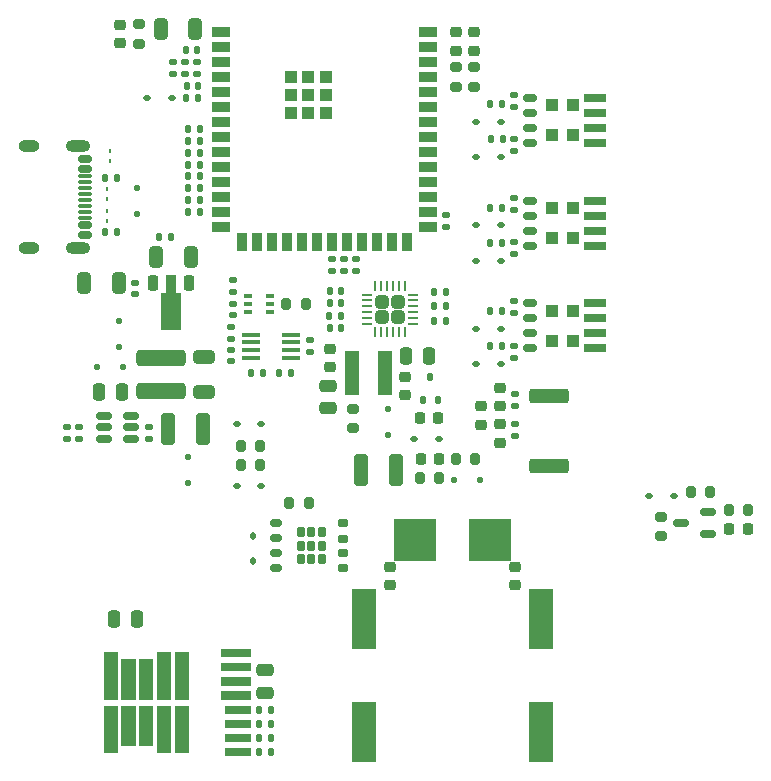
<source format=gbr>
%TF.GenerationSoftware,KiCad,Pcbnew,9.0.6-9.0.6~ubuntu24.04.1*%
%TF.CreationDate,2025-12-14T15:25:01+01:00*%
%TF.ProjectId,MCM-81349,4d434d2d-3831-4333-9439-2e6b69636164,rev?*%
%TF.SameCoordinates,Original*%
%TF.FileFunction,Paste,Top*%
%TF.FilePolarity,Positive*%
%FSLAX46Y46*%
G04 Gerber Fmt 4.6, Leading zero omitted, Abs format (unit mm)*
G04 Created by KiCad (PCBNEW 9.0.6-9.0.6~ubuntu24.04.1) date 2025-12-14 15:25:01*
%MOMM*%
%LPD*%
G01*
G04 APERTURE LIST*
G04 Aperture macros list*
%AMRoundRect*
0 Rectangle with rounded corners*
0 $1 Rounding radius*
0 $2 $3 $4 $5 $6 $7 $8 $9 X,Y pos of 4 corners*
0 Add a 4 corners polygon primitive as box body*
4,1,4,$2,$3,$4,$5,$6,$7,$8,$9,$2,$3,0*
0 Add four circle primitives for the rounded corners*
1,1,$1+$1,$2,$3*
1,1,$1+$1,$4,$5*
1,1,$1+$1,$6,$7*
1,1,$1+$1,$8,$9*
0 Add four rect primitives between the rounded corners*
20,1,$1+$1,$2,$3,$4,$5,0*
20,1,$1+$1,$4,$5,$6,$7,0*
20,1,$1+$1,$6,$7,$8,$9,0*
20,1,$1+$1,$8,$9,$2,$3,0*%
%AMFreePoly0*
4,1,9,3.862500,-0.866500,0.737500,-0.866500,0.737500,-0.450000,-0.737500,-0.450000,-0.737500,0.450000,0.737500,0.450000,0.737500,0.866500,3.862500,0.866500,3.862500,-0.866500,3.862500,-0.866500,$1*%
G04 Aperture macros list end*
%ADD10RoundRect,0.112500X-0.187500X-0.112500X0.187500X-0.112500X0.187500X0.112500X-0.187500X0.112500X0*%
%ADD11RoundRect,0.200000X-0.275000X0.200000X-0.275000X-0.200000X0.275000X-0.200000X0.275000X0.200000X0*%
%ADD12RoundRect,0.112500X0.187500X0.112500X-0.187500X0.112500X-0.187500X-0.112500X0.187500X-0.112500X0*%
%ADD13RoundRect,0.135000X0.185000X-0.135000X0.185000X0.135000X-0.185000X0.135000X-0.185000X-0.135000X0*%
%ADD14RoundRect,0.135000X-0.135000X-0.185000X0.135000X-0.185000X0.135000X0.185000X-0.135000X0.185000X0*%
%ADD15RoundRect,0.250000X0.325000X1.100000X-0.325000X1.100000X-0.325000X-1.100000X0.325000X-1.100000X0*%
%ADD16RoundRect,0.200000X0.275000X-0.200000X0.275000X0.200000X-0.275000X0.200000X-0.275000X-0.200000X0*%
%ADD17RoundRect,0.225000X0.250000X-0.225000X0.250000X0.225000X-0.250000X0.225000X-0.250000X-0.225000X0*%
%ADD18R,2.108200X5.156200*%
%ADD19RoundRect,0.218750X-0.256250X0.218750X-0.256250X-0.218750X0.256250X-0.218750X0.256250X0.218750X0*%
%ADD20RoundRect,0.218750X0.256250X-0.218750X0.256250X0.218750X-0.256250X0.218750X-0.256250X-0.218750X0*%
%ADD21R,1.600000X0.300000*%
%ADD22RoundRect,0.135000X0.135000X0.185000X-0.135000X0.185000X-0.135000X-0.185000X0.135000X-0.185000X0*%
%ADD23RoundRect,0.200000X0.200000X0.275000X-0.200000X0.275000X-0.200000X-0.275000X0.200000X-0.275000X0*%
%ADD24RoundRect,0.112500X0.112500X-0.187500X0.112500X0.187500X-0.112500X0.187500X-0.112500X-0.187500X0*%
%ADD25RoundRect,0.225000X-0.250000X0.225000X-0.250000X-0.225000X0.250000X-0.225000X0.250000X0.225000X0*%
%ADD26RoundRect,0.125000X-0.125000X0.125000X-0.125000X-0.125000X0.125000X-0.125000X0.125000X0.125000X0*%
%ADD27RoundRect,0.200000X-0.200000X-0.275000X0.200000X-0.275000X0.200000X0.275000X-0.200000X0.275000X0*%
%ADD28RoundRect,0.140000X-0.140000X-0.170000X0.140000X-0.170000X0.140000X0.170000X-0.140000X0.170000X0*%
%ADD29RoundRect,0.250000X0.315000X0.315000X-0.315000X0.315000X-0.315000X-0.315000X0.315000X-0.315000X0*%
%ADD30RoundRect,0.062500X0.350000X0.062500X-0.350000X0.062500X-0.350000X-0.062500X0.350000X-0.062500X0*%
%ADD31RoundRect,0.062500X0.062500X0.350000X-0.062500X0.350000X-0.062500X-0.350000X0.062500X-0.350000X0*%
%ADD32RoundRect,0.250000X-0.475000X0.250000X-0.475000X-0.250000X0.475000X-0.250000X0.475000X0.250000X0*%
%ADD33RoundRect,0.135000X-0.185000X0.135000X-0.185000X-0.135000X0.185000X-0.135000X0.185000X0.135000X0*%
%ADD34RoundRect,0.140000X0.170000X-0.140000X0.170000X0.140000X-0.170000X0.140000X-0.170000X-0.140000X0*%
%ADD35RoundRect,0.140000X0.140000X0.170000X-0.140000X0.170000X-0.140000X-0.170000X0.140000X-0.170000X0*%
%ADD36RoundRect,0.250000X0.250000X0.475000X-0.250000X0.475000X-0.250000X-0.475000X0.250000X-0.475000X0*%
%ADD37RoundRect,0.225000X-0.225000X0.425000X-0.225000X-0.425000X0.225000X-0.425000X0.225000X0.425000X0*%
%ADD38FreePoly0,270.000000*%
%ADD39R,1.000000X1.000000*%
%ADD40R,1.500000X0.900000*%
%ADD41R,0.900000X1.500000*%
%ADD42RoundRect,0.150000X-0.425000X0.150000X-0.425000X-0.150000X0.425000X-0.150000X0.425000X0.150000X0*%
%ADD43RoundRect,0.075000X-0.500000X0.075000X-0.500000X-0.075000X0.500000X-0.075000X0.500000X0.075000X0*%
%ADD44O,2.100000X1.000000*%
%ADD45O,1.800000X1.000000*%
%ADD46RoundRect,0.125000X-0.125000X-0.125000X0.125000X-0.125000X0.125000X0.125000X-0.125000X0.125000X0*%
%ADD47RoundRect,0.250000X0.325000X0.650000X-0.325000X0.650000X-0.325000X-0.650000X0.325000X-0.650000X0*%
%ADD48R,3.600000X3.600000*%
%ADD49RoundRect,0.112500X-0.112500X-0.237500X0.112500X-0.237500X0.112500X0.237500X-0.112500X0.237500X0*%
%ADD50RoundRect,0.250000X-1.425000X0.362500X-1.425000X-0.362500X1.425000X-0.362500X1.425000X0.362500X0*%
%ADD51RoundRect,0.125000X0.125000X0.125000X-0.125000X0.125000X-0.125000X-0.125000X0.125000X-0.125000X0*%
%ADD52RoundRect,0.140000X-0.170000X0.140000X-0.170000X-0.140000X0.170000X-0.140000X0.170000X0.140000X0*%
%ADD53RoundRect,0.250000X-0.250000X-0.475000X0.250000X-0.475000X0.250000X0.475000X-0.250000X0.475000X0*%
%ADD54RoundRect,0.250000X-0.325000X-0.650000X0.325000X-0.650000X0.325000X0.650000X-0.325000X0.650000X0*%
%ADD55RoundRect,0.062500X-0.062500X0.117500X-0.062500X-0.117500X0.062500X-0.117500X0.062500X0.117500X0*%
%ADD56R,1.000000X1.100000*%
%ADD57R,1.900000X0.650000*%
%ADD58RoundRect,0.175000X-0.400000X0.175000X-0.400000X-0.175000X0.400000X-0.175000X0.400000X0.175000X0*%
%ADD59RoundRect,0.100000X-0.225000X-0.100000X0.225000X-0.100000X0.225000X0.100000X-0.225000X0.100000X0*%
%ADD60RoundRect,0.062500X0.062500X-0.117500X0.062500X0.117500X-0.062500X0.117500X-0.062500X-0.117500X0*%
%ADD61RoundRect,0.350000X1.750000X0.350000X-1.750000X0.350000X-1.750000X-0.350000X1.750000X-0.350000X0*%
%ADD62RoundRect,0.150000X-0.512500X-0.150000X0.512500X-0.150000X0.512500X0.150000X-0.512500X0.150000X0*%
%ADD63RoundRect,0.250000X-0.650000X0.325000X-0.650000X-0.325000X0.650000X-0.325000X0.650000X0.325000X0*%
%ADD64RoundRect,0.150000X0.512500X0.150000X-0.512500X0.150000X-0.512500X-0.150000X0.512500X-0.150000X0*%
%ADD65RoundRect,0.150000X-0.150000X-0.300000X0.150000X-0.300000X0.150000X0.300000X-0.150000X0.300000X0*%
%ADD66RoundRect,0.150000X-0.300000X0.150000X-0.300000X-0.150000X0.300000X-0.150000X0.300000X0.150000X0*%
%ADD67RoundRect,0.150000X-0.375000X0.150000X-0.375000X-0.150000X0.375000X-0.150000X0.375000X0.150000X0*%
%ADD68RoundRect,0.225000X-0.225000X-0.250000X0.225000X-0.250000X0.225000X0.250000X-0.225000X0.250000X0*%
%ADD69R,1.200000X3.700000*%
%ADD70RoundRect,0.218750X-0.218750X-0.256250X0.218750X-0.256250X0.218750X0.256250X-0.218750X0.256250X0*%
%ADD71RoundRect,0.125000X0.125000X-0.125000X0.125000X0.125000X-0.125000X0.125000X-0.125000X-0.125000X0*%
%ADD72RoundRect,0.250000X-0.325000X-1.100000X0.325000X-1.100000X0.325000X1.100000X-0.325000X1.100000X0*%
G04 APERTURE END LIST*
%TO.C,U7*%
G36*
X68945000Y-103250000D02*
G01*
X70145000Y-103250000D01*
X70145000Y-99250000D01*
X68945000Y-99250000D01*
X68945000Y-103250000D01*
G37*
G36*
X68945000Y-107750000D02*
G01*
X70145000Y-107750000D01*
X70145000Y-103750000D01*
X68945000Y-103750000D01*
X68945000Y-107750000D01*
G37*
G36*
X70445000Y-103250000D02*
G01*
X71645000Y-103250000D01*
X71645000Y-99830000D01*
X70445000Y-99830000D01*
X70445000Y-103250000D01*
G37*
G36*
X70445000Y-107170000D02*
G01*
X71645000Y-107170000D01*
X71645000Y-103750000D01*
X70445000Y-103750000D01*
X70445000Y-107170000D01*
G37*
G36*
X71945000Y-103250000D02*
G01*
X73145000Y-103250000D01*
X73145000Y-99830000D01*
X71945000Y-99830000D01*
X71945000Y-103250000D01*
G37*
G36*
X71945000Y-107170000D02*
G01*
X73145000Y-107170000D01*
X73145000Y-103750000D01*
X71945000Y-103750000D01*
X71945000Y-107170000D01*
G37*
G36*
X73445000Y-103250000D02*
G01*
X74645000Y-103250000D01*
X74645000Y-99250000D01*
X73445000Y-99250000D01*
X73445000Y-103250000D01*
G37*
G36*
X73445000Y-107750000D02*
G01*
X74645000Y-107750000D01*
X74645000Y-103750000D01*
X73445000Y-103750000D01*
X73445000Y-107750000D01*
G37*
G36*
X74945000Y-103250000D02*
G01*
X76145000Y-103250000D01*
X76145000Y-99250000D01*
X74945000Y-99250000D01*
X74945000Y-103250000D01*
G37*
G36*
X74945000Y-107750000D02*
G01*
X76145000Y-107750000D01*
X76145000Y-103750000D01*
X74945000Y-103750000D01*
X74945000Y-107750000D01*
G37*
G36*
X78885000Y-99650000D02*
G01*
X81385000Y-99650000D01*
X81385000Y-98950000D01*
X78885000Y-98950000D01*
X78885000Y-99650000D01*
G37*
G36*
X78885000Y-100850000D02*
G01*
X81385000Y-100850000D01*
X81385000Y-100150000D01*
X78885000Y-100150000D01*
X78885000Y-100850000D01*
G37*
G36*
X78885000Y-102050000D02*
G01*
X81385000Y-102050000D01*
X81385000Y-101350000D01*
X78885000Y-101350000D01*
X78885000Y-102050000D01*
G37*
G36*
X78885000Y-103250000D02*
G01*
X81385000Y-103250000D01*
X81385000Y-102550000D01*
X78885000Y-102550000D01*
X78885000Y-103250000D01*
G37*
G36*
X79185000Y-104450000D02*
G01*
X81385000Y-104450000D01*
X81385000Y-103750000D01*
X79185000Y-103750000D01*
X79185000Y-104450000D01*
G37*
G36*
X79185000Y-105650000D02*
G01*
X81385000Y-105650000D01*
X81385000Y-104950000D01*
X79185000Y-104950000D01*
X79185000Y-105650000D01*
G37*
G36*
X79185000Y-106850000D02*
G01*
X81385000Y-106850000D01*
X81385000Y-106150000D01*
X79185000Y-106150000D01*
X79185000Y-106850000D01*
G37*
G36*
X79185000Y-108050000D02*
G01*
X81385000Y-108050000D01*
X81385000Y-107350000D01*
X79185000Y-107350000D01*
X79185000Y-108050000D01*
G37*
%TD*%
D10*
%TO.C,D6*%
X100450000Y-63100000D03*
X102550000Y-63100000D03*
%TD*%
D11*
%TO.C,R12*%
X90050000Y-78625000D03*
X90050000Y-80275000D03*
%TD*%
D10*
%TO.C,D20*%
X100450000Y-57300000D03*
X102550000Y-57300000D03*
%TD*%
D12*
%TO.C,D4*%
X74700000Y-52300000D03*
X72600000Y-52300000D03*
%TD*%
D13*
%TO.C,R48*%
X103800000Y-78410000D03*
X103800000Y-77390000D03*
%TD*%
D14*
%TO.C,R45*%
X101690000Y-64600000D03*
X102710000Y-64600000D03*
%TD*%
D13*
%TO.C,R4*%
X66850000Y-81160000D03*
X66850000Y-80140000D03*
%TD*%
%TO.C,R36*%
X103700000Y-56800000D03*
X103700000Y-55780000D03*
%TD*%
D15*
%TO.C,C21*%
X93675000Y-83800000D03*
X90725000Y-83800000D03*
%TD*%
D16*
%TO.C,R58*%
X116100000Y-89425000D03*
X116100000Y-87775000D03*
%TD*%
D17*
%TO.C,C23*%
X88150000Y-75075000D03*
X88150000Y-73525000D03*
%TD*%
D18*
%TO.C,C32*%
X90990000Y-96429800D03*
X90990000Y-105980200D03*
%TD*%
D19*
%TO.C,D10*%
X98780610Y-46742990D03*
X98780610Y-48317990D03*
%TD*%
D14*
%TO.C,R43*%
X101690000Y-61600000D03*
X102710000Y-61600000D03*
%TD*%
%TO.C,R20*%
X83790000Y-75555000D03*
X84810000Y-75555000D03*
%TD*%
D20*
%TO.C,D1*%
X70350000Y-47687500D03*
X70350000Y-46112500D03*
%TD*%
D14*
%TO.C,R24*%
X76080000Y-57950000D03*
X77100000Y-57950000D03*
%TD*%
D21*
%TO.C,U6*%
X84800000Y-74300000D03*
X84800000Y-73650000D03*
X84800000Y-73000000D03*
X84800000Y-72350000D03*
X81400000Y-72350000D03*
X81400000Y-73000000D03*
X81400000Y-73650000D03*
X81400000Y-74300000D03*
%TD*%
D14*
%TO.C,R40*%
X96890000Y-68700000D03*
X97910000Y-68700000D03*
%TD*%
%TO.C,R49*%
X101640000Y-70350000D03*
X102660000Y-70350000D03*
%TD*%
D22*
%TO.C,R27*%
X77100000Y-60950000D03*
X76080000Y-60950000D03*
%TD*%
D23*
%TO.C,R29*%
X97375000Y-84450000D03*
X95725000Y-84450000D03*
%TD*%
D24*
%TO.C,D16*%
X81600000Y-91500000D03*
X81600000Y-89400000D03*
%TD*%
D25*
%TO.C,C28*%
X102500000Y-79925000D03*
X102500000Y-81475000D03*
%TD*%
%TO.C,C31*%
X103800000Y-92025000D03*
X103800000Y-93575000D03*
%TD*%
D26*
%TO.C,D9*%
X76100000Y-82700000D03*
X76100000Y-84900000D03*
%TD*%
D14*
%TO.C,R41*%
X69090000Y-59050000D03*
X70110000Y-59050000D03*
%TD*%
D27*
%TO.C,R57*%
X118675000Y-85700000D03*
X120325000Y-85700000D03*
%TD*%
D13*
%TO.C,R38*%
X103700000Y-53110000D03*
X103700000Y-52090000D03*
%TD*%
D28*
%TO.C,C4*%
X76120000Y-56950000D03*
X77080000Y-56950000D03*
%TD*%
D29*
%TO.C,U4*%
X93850000Y-70850000D03*
X93850000Y-69550000D03*
X92550000Y-70850000D03*
X92550000Y-69550000D03*
D30*
X95137500Y-71450000D03*
X95137500Y-70950000D03*
X95137500Y-70450000D03*
X95137500Y-69950000D03*
X95137500Y-69450000D03*
X95137500Y-68950000D03*
D31*
X94450000Y-68262500D03*
X93950000Y-68262500D03*
X93450000Y-68262500D03*
X92950000Y-68262500D03*
X92450000Y-68262500D03*
X91950000Y-68262500D03*
D30*
X91262500Y-68950000D03*
X91262500Y-69450000D03*
X91262500Y-69950000D03*
X91262500Y-70450000D03*
X91262500Y-70950000D03*
X91262500Y-71450000D03*
D31*
X91950000Y-72137500D03*
X92450000Y-72137500D03*
X92950000Y-72137500D03*
X93450000Y-72137500D03*
X93950000Y-72137500D03*
X94450000Y-72137500D03*
%TD*%
D32*
%TO.C,C18*%
X82645000Y-100750000D03*
X82645000Y-102650000D03*
%TD*%
D14*
%TO.C,R50*%
X96890000Y-71200000D03*
X97910000Y-71200000D03*
%TD*%
D18*
%TO.C,C30*%
X105990000Y-96429800D03*
X105990000Y-105980200D03*
%TD*%
D33*
%TO.C,R54*%
X103800000Y-79890000D03*
X103800000Y-80910000D03*
%TD*%
D13*
%TO.C,R13*%
X97950000Y-63220000D03*
X97950000Y-62200000D03*
%TD*%
D34*
%TO.C,C17*%
X74836800Y-50250000D03*
X74836800Y-49290000D03*
%TD*%
D25*
%TO.C,C26*%
X100900000Y-78425000D03*
X100900000Y-79975000D03*
%TD*%
D10*
%TO.C,D22*%
X100450000Y-74830000D03*
X102550000Y-74830000D03*
%TD*%
D32*
%TO.C,C20*%
X87900000Y-76650000D03*
X87900000Y-78550000D03*
%TD*%
D22*
%TO.C,R25*%
X77100000Y-59950000D03*
X76080000Y-59950000D03*
%TD*%
D10*
%TO.C,D18*%
X80200000Y-85150000D03*
X82300000Y-85150000D03*
%TD*%
D35*
%TO.C,C13*%
X76840800Y-48238000D03*
X75880800Y-48238000D03*
%TD*%
D36*
%TO.C,C36*%
X96450000Y-74150000D03*
X94550000Y-74150000D03*
%TD*%
D37*
%TO.C,U1*%
X76150000Y-67960900D03*
D38*
X74650000Y-68048400D03*
D37*
X73150000Y-67960900D03*
%TD*%
D14*
%TO.C,R31*%
X101700000Y-55800000D03*
X102720000Y-55800000D03*
%TD*%
D23*
%TO.C,R28*%
X82225000Y-83350000D03*
X80575000Y-83350000D03*
%TD*%
D14*
%TO.C,R22*%
X76090000Y-55950000D03*
X77110000Y-55950000D03*
%TD*%
D11*
%TO.C,R1*%
X71950000Y-46075000D03*
X71950000Y-47725000D03*
%TD*%
D36*
%TO.C,C34*%
X71750000Y-96400000D03*
X69850000Y-96400000D03*
%TD*%
D39*
%TO.C,U5*%
X84772800Y-50556000D03*
X84772800Y-52056000D03*
X84772800Y-53556000D03*
X86272800Y-50556000D03*
X86272800Y-52056000D03*
X86272800Y-53556000D03*
X87772800Y-50556000D03*
X87772800Y-52056000D03*
X87772800Y-53556000D03*
D40*
X78882800Y-46706000D03*
X78882800Y-47976000D03*
X78882800Y-49246000D03*
X78882800Y-50516000D03*
X78882800Y-51786000D03*
X78882800Y-53056000D03*
X78882800Y-54326000D03*
X78882800Y-55596000D03*
X78882800Y-56866000D03*
X78882800Y-58136000D03*
X78882800Y-59406000D03*
X78882800Y-60676000D03*
X78882800Y-61946000D03*
X78882800Y-63216000D03*
D41*
X80647800Y-64466000D03*
X81917800Y-64466000D03*
X83187800Y-64466000D03*
X84457800Y-64466000D03*
X85727800Y-64466000D03*
X86997800Y-64466000D03*
X88267800Y-64466000D03*
X89537800Y-64466000D03*
X90807800Y-64466000D03*
X92077800Y-64466000D03*
X93347800Y-64466000D03*
X94617800Y-64466000D03*
D40*
X96382800Y-63216000D03*
X96382800Y-61946000D03*
X96382800Y-60676000D03*
X96382800Y-59406000D03*
X96382800Y-58136000D03*
X96382800Y-56866000D03*
X96382800Y-55596000D03*
X96382800Y-54326000D03*
X96382800Y-53056000D03*
X96382800Y-51786000D03*
X96382800Y-50516000D03*
X96382800Y-49246000D03*
X96382800Y-47976000D03*
X96382800Y-46706000D03*
%TD*%
D33*
%TO.C,R11*%
X76868800Y-49260000D03*
X76868800Y-50280000D03*
%TD*%
D42*
%TO.C,J5*%
X67380000Y-57500000D03*
X67380000Y-58300000D03*
D43*
X67380000Y-59450000D03*
X67380000Y-60450000D03*
X67380000Y-60950000D03*
X67380000Y-61950000D03*
D42*
X67380000Y-63100000D03*
X67380000Y-63900000D03*
X67380000Y-63900000D03*
X67380000Y-63100000D03*
D43*
X67380000Y-62450000D03*
X67380000Y-61450000D03*
X67380000Y-59950000D03*
X67380000Y-58950000D03*
D42*
X67380000Y-58300000D03*
X67380000Y-57500000D03*
D44*
X66805000Y-56380000D03*
D45*
X62625000Y-56380000D03*
D44*
X66805000Y-65020000D03*
D45*
X62625000Y-65020000D03*
%TD*%
D13*
%TO.C,R47*%
X103700000Y-65510000D03*
X103700000Y-64490000D03*
%TD*%
D25*
%TO.C,C33*%
X93200000Y-92025000D03*
X93200000Y-93575000D03*
%TD*%
D14*
%TO.C,R35*%
X88040000Y-70750000D03*
X89060000Y-70750000D03*
%TD*%
D13*
%TO.C,R46*%
X103700000Y-61810000D03*
X103700000Y-60790000D03*
%TD*%
D22*
%TO.C,R18*%
X82460000Y-75555000D03*
X81440000Y-75555000D03*
%TD*%
D10*
%TO.C,D19*%
X100450000Y-71850000D03*
X102550000Y-71850000D03*
%TD*%
D46*
%TO.C,D14*%
X98600000Y-84650000D03*
X100800000Y-84650000D03*
%TD*%
D47*
%TO.C,C15*%
X76718200Y-46468000D03*
X73768200Y-46468000D03*
%TD*%
D11*
%TO.C,R17*%
X100307010Y-49690490D03*
X100307010Y-51340490D03*
%TD*%
D33*
%TO.C,R15*%
X79750000Y-71665000D03*
X79750000Y-72685000D03*
%TD*%
D22*
%TO.C,R10*%
X83155000Y-107700000D03*
X82135000Y-107700000D03*
%TD*%
D23*
%TO.C,R56*%
X100425000Y-82900000D03*
X98775000Y-82900000D03*
%TD*%
D33*
%TO.C,R33*%
X89300000Y-65940000D03*
X89300000Y-66960000D03*
%TD*%
D23*
%TO.C,R30*%
X82225000Y-81750000D03*
X80575000Y-81750000D03*
%TD*%
D26*
%TO.C,D3*%
X70250000Y-71150000D03*
X70250000Y-73350000D03*
%TD*%
D33*
%TO.C,R32*%
X88250000Y-65940000D03*
X88250000Y-66960000D03*
%TD*%
D13*
%TO.C,R52*%
X103700000Y-70540000D03*
X103700000Y-69520000D03*
%TD*%
D48*
%TO.C,L3*%
X95290000Y-89705000D03*
X101690000Y-89705000D03*
%TD*%
D49*
%TO.C,D27*%
X95950000Y-77900000D03*
X97250000Y-77900000D03*
X96600000Y-75900000D03*
%TD*%
D22*
%TO.C,R8*%
X83155000Y-104095000D03*
X82135000Y-104095000D03*
%TD*%
D17*
%TO.C,C27*%
X102500000Y-78415000D03*
X102500000Y-76865000D03*
%TD*%
D13*
%TO.C,R53*%
X103700000Y-74340000D03*
X103700000Y-73320000D03*
%TD*%
D50*
%TO.C,R39*%
X106650000Y-77550000D03*
X106650000Y-83475000D03*
%TD*%
D51*
%TO.C,D2*%
X70606000Y-75114000D03*
X68406000Y-75114000D03*
%TD*%
D52*
%TO.C,C2*%
X71600000Y-67970000D03*
X71600000Y-68930000D03*
%TD*%
D28*
%TO.C,C11*%
X76110000Y-58950000D03*
X77070000Y-58950000D03*
%TD*%
D22*
%TO.C,R23*%
X77100000Y-54950000D03*
X76080000Y-54950000D03*
%TD*%
D33*
%TO.C,R5*%
X65800000Y-80140000D03*
X65800000Y-81160000D03*
%TD*%
D53*
%TO.C,C7*%
X68566000Y-77215200D03*
X70466000Y-77215200D03*
%TD*%
D19*
%TO.C,D7*%
X100307010Y-46742990D03*
X100307010Y-48317990D03*
%TD*%
D14*
%TO.C,R44*%
X96890000Y-69950000D03*
X97910000Y-69950000D03*
%TD*%
D22*
%TO.C,R7*%
X83155000Y-105295000D03*
X82135000Y-105295000D03*
%TD*%
D26*
%TO.C,D15*%
X93050000Y-78650000D03*
X93050000Y-80850000D03*
%TD*%
D14*
%TO.C,R37*%
X101690000Y-52800000D03*
X102710000Y-52800000D03*
%TD*%
%TO.C,R9*%
X82135000Y-106500000D03*
X83155000Y-106500000D03*
%TD*%
D54*
%TO.C,C9*%
X73378200Y-65796100D03*
X76328200Y-65796100D03*
%TD*%
D55*
%TO.C,D13*%
X69500000Y-57620000D03*
X69500000Y-56780000D03*
%TD*%
D47*
%TO.C,C3*%
X70225000Y-67950000D03*
X67275000Y-67950000D03*
%TD*%
D23*
%TO.C,R14*%
X123525000Y-87200000D03*
X121875000Y-87200000D03*
%TD*%
D28*
%TO.C,C6*%
X73670000Y-64050000D03*
X74630000Y-64050000D03*
%TD*%
D56*
%TO.C,Q1*%
X106925000Y-52930000D03*
X106925000Y-55470000D03*
X108725000Y-52930000D03*
X108725000Y-55470000D03*
D57*
X110525000Y-52295000D03*
X110525000Y-53565000D03*
X110525000Y-54835000D03*
X110525000Y-56105000D03*
D58*
X105025000Y-52295000D03*
X105025000Y-53565000D03*
X105025000Y-54835000D03*
X105025000Y-56105000D03*
%TD*%
D12*
%TO.C,D17*%
X82300000Y-79950000D03*
X80200000Y-79950000D03*
%TD*%
D52*
%TO.C,C8*%
X79907500Y-69752500D03*
X79907500Y-70712500D03*
%TD*%
D59*
%TO.C,U3*%
X81150000Y-69100000D03*
X81150000Y-69750000D03*
X81150000Y-70400000D03*
X83050000Y-70400000D03*
X83050000Y-69750000D03*
X83050000Y-69100000D03*
%TD*%
D22*
%TO.C,R6*%
X76972400Y-52310000D03*
X75952400Y-52310000D03*
%TD*%
D33*
%TO.C,R34*%
X90350000Y-65940000D03*
X90350000Y-66960000D03*
%TD*%
D56*
%TO.C,Q3*%
X106925000Y-70330000D03*
X106925000Y-72870000D03*
X108725000Y-70330000D03*
X108725000Y-72870000D03*
D57*
X110525000Y-69695000D03*
X110525000Y-70965000D03*
X110525000Y-72235000D03*
X110525000Y-73505000D03*
D58*
X105025000Y-69695000D03*
X105025000Y-70965000D03*
X105025000Y-72235000D03*
X105025000Y-73505000D03*
%TD*%
D35*
%TO.C,C22*%
X89030000Y-68650000D03*
X88070000Y-68650000D03*
%TD*%
D60*
%TO.C,D11*%
X69250000Y-61860000D03*
X69250000Y-62700000D03*
%TD*%
D11*
%TO.C,R19*%
X98780610Y-49690490D03*
X98780610Y-51340490D03*
%TD*%
D61*
%TO.C,L1*%
X73798600Y-77115200D03*
X73798600Y-74315200D03*
%TD*%
D14*
%TO.C,R51*%
X101690000Y-73330000D03*
X102710000Y-73330000D03*
%TD*%
D35*
%TO.C,C12*%
X76942400Y-51294000D03*
X75982400Y-51294000D03*
%TD*%
D55*
%TO.C,D12*%
X69250000Y-60850000D03*
X69250000Y-60010000D03*
%TD*%
D35*
%TO.C,C25*%
X89030000Y-71800000D03*
X88070000Y-71800000D03*
%TD*%
D12*
%TO.C,D5*%
X117250000Y-86000000D03*
X115150000Y-86000000D03*
%TD*%
D13*
%TO.C,R2*%
X72808000Y-81212000D03*
X72808000Y-80192000D03*
%TD*%
D62*
%TO.C,U2*%
X69003500Y-79244000D03*
X69003500Y-80194000D03*
X69003500Y-81144000D03*
X71278500Y-81144000D03*
X71278500Y-80194000D03*
X71278500Y-79244000D03*
%TD*%
D63*
%TO.C,C10*%
X77450000Y-74225000D03*
X77450000Y-77175000D03*
%TD*%
D64*
%TO.C,Q8*%
X120137500Y-89250000D03*
X120137500Y-87350000D03*
X117862500Y-88300000D03*
%TD*%
D65*
%TO.C,U8*%
X85690000Y-89055000D03*
X85690000Y-90205000D03*
X85690000Y-91355000D03*
X86540000Y-89055000D03*
X86540000Y-90205000D03*
X86540000Y-91355000D03*
X87390000Y-89055000D03*
X87390000Y-90205000D03*
X87390000Y-91355000D03*
D66*
X89240000Y-88325000D03*
X89240000Y-89605000D03*
X89240000Y-90805000D03*
X89240000Y-92085000D03*
D67*
X83520000Y-88295000D03*
X83520000Y-89565000D03*
X83520000Y-90845000D03*
X83520000Y-92115000D03*
%TD*%
D68*
%TO.C,C37*%
X95725000Y-79400000D03*
X97275000Y-79400000D03*
%TD*%
D10*
%TO.C,D24*%
X100450000Y-54300000D03*
X102550000Y-54300000D03*
%TD*%
%TO.C,D21*%
X100450000Y-66100000D03*
X102550000Y-66100000D03*
%TD*%
D35*
%TO.C,C29*%
X89030000Y-69700000D03*
X88070000Y-69700000D03*
%TD*%
D52*
%TO.C,C14*%
X79750000Y-73645000D03*
X79750000Y-74605000D03*
%TD*%
D69*
%TO.C,L2*%
X90000000Y-75601000D03*
X92800000Y-75601000D03*
%TD*%
D12*
%TO.C,D25*%
X97300000Y-81150000D03*
X95200000Y-81150000D03*
%TD*%
D14*
%TO.C,R26*%
X76080000Y-61950000D03*
X77100000Y-61950000D03*
%TD*%
D52*
%TO.C,C5*%
X86400000Y-72820000D03*
X86400000Y-73780000D03*
%TD*%
D70*
%TO.C,D26*%
X121912500Y-88800000D03*
X123487500Y-88800000D03*
%TD*%
D52*
%TO.C,C16*%
X75852800Y-49290000D03*
X75852800Y-50250000D03*
%TD*%
D33*
%TO.C,R3*%
X79900000Y-67740000D03*
X79900000Y-68760000D03*
%TD*%
D14*
%TO.C,R42*%
X69090000Y-63650000D03*
X70110000Y-63650000D03*
%TD*%
D68*
%TO.C,C35*%
X95775000Y-82900000D03*
X97325000Y-82900000D03*
%TD*%
D71*
%TO.C,D8*%
X71800000Y-62100000D03*
X71800000Y-59900000D03*
%TD*%
D27*
%TO.C,R16*%
X84425000Y-69750000D03*
X86075000Y-69750000D03*
%TD*%
D23*
%TO.C,R55*%
X86325000Y-86600000D03*
X84675000Y-86600000D03*
%TD*%
D56*
%TO.C,Q2*%
X106925000Y-61630000D03*
X106925000Y-64170000D03*
X108725000Y-61630000D03*
X108725000Y-64170000D03*
D57*
X110525000Y-60995000D03*
X110525000Y-62265000D03*
X110525000Y-63535000D03*
X110525000Y-64805000D03*
D58*
X105025000Y-60995000D03*
X105025000Y-62265000D03*
X105025000Y-63535000D03*
X105025000Y-64805000D03*
%TD*%
D72*
%TO.C,C1*%
X74375000Y-80300000D03*
X77325000Y-80300000D03*
%TD*%
D25*
%TO.C,C24*%
X94450000Y-75925000D03*
X94450000Y-77475000D03*
%TD*%
M02*

</source>
